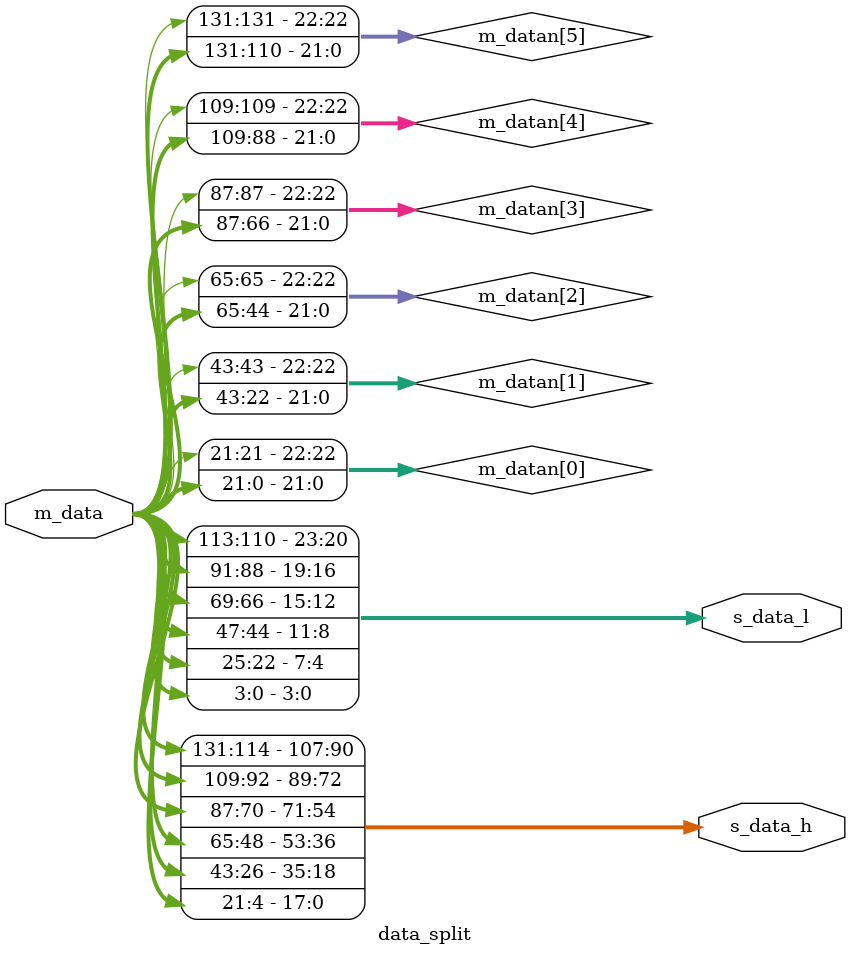
<source format=v>
module data_split #(
    parameter DN=6,DW = 22,MWH=18,MWL=4
) (
    input  [DN*DW-1 : 0]   m_data,

    output [DN*MWH-1 : 0]  s_data_h,
    output [DN*MWL-1 : 0]  s_data_l
);

wire [DW : 0] m_datan [DN-1:0];

genvar i;
generate
    for (i=0;i<DN;i=i+1) begin:split_data
        assign m_datan[i] = {m_data[(i+1)*DW-1],m_data[i*DW +: DW]};
        assign s_data_h[i*MWH +: MWH] = m_datan[i][MWL +: MWH];
        assign s_data_l[i*MWL +: MWL] = m_datan[i][0   +: MWL];
    end
endgenerate

endmodule

</source>
